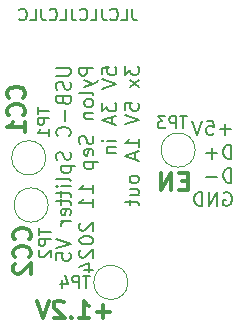
<source format=gbr>
%TF.GenerationSoftware,KiCad,Pcbnew,9.0.1*%
%TF.CreationDate,2025-04-12T21:10:11-04:00*%
%TF.ProjectId,USB-C-3-way-splitter-V5,5553422d-432d-4332-9d77-61792d73706c,rev?*%
%TF.SameCoordinates,Original*%
%TF.FileFunction,Legend,Bot*%
%TF.FilePolarity,Positive*%
%FSLAX46Y46*%
G04 Gerber Fmt 4.6, Leading zero omitted, Abs format (unit mm)*
G04 Created by KiCad (PCBNEW 9.0.1) date 2025-04-12 21:10:11*
%MOMM*%
%LPD*%
G01*
G04 APERTURE LIST*
%ADD10C,0.150000*%
%ADD11C,0.300000*%
%ADD12C,0.200000*%
%ADD13C,0.120000*%
G04 APERTURE END LIST*
D10*
X24715601Y2911800D02*
X23801316Y2911800D01*
X24258458Y2454657D02*
X24258458Y3368942D01*
X22658459Y3654657D02*
X23229887Y3654657D01*
X23229887Y3654657D02*
X23287030Y3083228D01*
X23287030Y3083228D02*
X23229887Y3140371D01*
X23229887Y3140371D02*
X23115602Y3197514D01*
X23115602Y3197514D02*
X22829887Y3197514D01*
X22829887Y3197514D02*
X22715602Y3140371D01*
X22715602Y3140371D02*
X22658459Y3083228D01*
X22658459Y3083228D02*
X22601316Y2968942D01*
X22601316Y2968942D02*
X22601316Y2683228D01*
X22601316Y2683228D02*
X22658459Y2568942D01*
X22658459Y2568942D02*
X22715602Y2511800D01*
X22715602Y2511800D02*
X22829887Y2454657D01*
X22829887Y2454657D02*
X23115602Y2454657D01*
X23115602Y2454657D02*
X23229887Y2511800D01*
X23229887Y2511800D02*
X23287030Y2568942D01*
X22258459Y3654657D02*
X21858459Y2454657D01*
X21858459Y2454657D02*
X21458459Y3654657D01*
D11*
X21045489Y-1465114D02*
X20545489Y-1465114D01*
X20331203Y-2250828D02*
X21045489Y-2250828D01*
X21045489Y-2250828D02*
X21045489Y-750828D01*
X21045489Y-750828D02*
X20331203Y-750828D01*
X19688346Y-2250828D02*
X19688346Y-750828D01*
X19688346Y-750828D02*
X18831203Y-2250828D01*
X18831203Y-2250828D02*
X18831203Y-750828D01*
X7157971Y5588346D02*
X7229400Y5659774D01*
X7229400Y5659774D02*
X7300828Y5874060D01*
X7300828Y5874060D02*
X7300828Y6016917D01*
X7300828Y6016917D02*
X7229400Y6231203D01*
X7229400Y6231203D02*
X7086542Y6374060D01*
X7086542Y6374060D02*
X6943685Y6445489D01*
X6943685Y6445489D02*
X6657971Y6516917D01*
X6657971Y6516917D02*
X6443685Y6516917D01*
X6443685Y6516917D02*
X6157971Y6445489D01*
X6157971Y6445489D02*
X6015114Y6374060D01*
X6015114Y6374060D02*
X5872257Y6231203D01*
X5872257Y6231203D02*
X5800828Y6016917D01*
X5800828Y6016917D02*
X5800828Y5874060D01*
X5800828Y5874060D02*
X5872257Y5659774D01*
X5872257Y5659774D02*
X5943685Y5588346D01*
X7157971Y4088346D02*
X7229400Y4159774D01*
X7229400Y4159774D02*
X7300828Y4374060D01*
X7300828Y4374060D02*
X7300828Y4516917D01*
X7300828Y4516917D02*
X7229400Y4731203D01*
X7229400Y4731203D02*
X7086542Y4874060D01*
X7086542Y4874060D02*
X6943685Y4945489D01*
X6943685Y4945489D02*
X6657971Y5016917D01*
X6657971Y5016917D02*
X6443685Y5016917D01*
X6443685Y5016917D02*
X6157971Y4945489D01*
X6157971Y4945489D02*
X6015114Y4874060D01*
X6015114Y4874060D02*
X5872257Y4731203D01*
X5872257Y4731203D02*
X5800828Y4516917D01*
X5800828Y4516917D02*
X5800828Y4374060D01*
X5800828Y4374060D02*
X5872257Y4159774D01*
X5872257Y4159774D02*
X5943685Y4088346D01*
X7300828Y2659774D02*
X7300828Y3516917D01*
X7300828Y3088346D02*
X5800828Y3088346D01*
X5800828Y3088346D02*
X6015114Y3231203D01*
X6015114Y3231203D02*
X6157971Y3374060D01*
X6157971Y3374060D02*
X6229400Y3516917D01*
D10*
X16377506Y13130180D02*
X16377506Y12415895D01*
X16377506Y12415895D02*
X16425125Y12273038D01*
X16425125Y12273038D02*
X16520363Y12177800D01*
X16520363Y12177800D02*
X16663220Y12130180D01*
X16663220Y12130180D02*
X16758458Y12130180D01*
X15425125Y12130180D02*
X15901315Y12130180D01*
X15901315Y12130180D02*
X15901315Y13130180D01*
X14520363Y12225419D02*
X14567982Y12177800D01*
X14567982Y12177800D02*
X14710839Y12130180D01*
X14710839Y12130180D02*
X14806077Y12130180D01*
X14806077Y12130180D02*
X14948934Y12177800D01*
X14948934Y12177800D02*
X15044172Y12273038D01*
X15044172Y12273038D02*
X15091791Y12368276D01*
X15091791Y12368276D02*
X15139410Y12558752D01*
X15139410Y12558752D02*
X15139410Y12701609D01*
X15139410Y12701609D02*
X15091791Y12892085D01*
X15091791Y12892085D02*
X15044172Y12987323D01*
X15044172Y12987323D02*
X14948934Y13082561D01*
X14948934Y13082561D02*
X14806077Y13130180D01*
X14806077Y13130180D02*
X14710839Y13130180D01*
X14710839Y13130180D02*
X14567982Y13082561D01*
X14567982Y13082561D02*
X14520363Y13034942D01*
X13806077Y13130180D02*
X13806077Y12415895D01*
X13806077Y12415895D02*
X13853696Y12273038D01*
X13853696Y12273038D02*
X13948934Y12177800D01*
X13948934Y12177800D02*
X14091791Y12130180D01*
X14091791Y12130180D02*
X14187029Y12130180D01*
X12853696Y12130180D02*
X13329886Y12130180D01*
X13329886Y12130180D02*
X13329886Y13130180D01*
X11948934Y12225419D02*
X11996553Y12177800D01*
X11996553Y12177800D02*
X12139410Y12130180D01*
X12139410Y12130180D02*
X12234648Y12130180D01*
X12234648Y12130180D02*
X12377505Y12177800D01*
X12377505Y12177800D02*
X12472743Y12273038D01*
X12472743Y12273038D02*
X12520362Y12368276D01*
X12520362Y12368276D02*
X12567981Y12558752D01*
X12567981Y12558752D02*
X12567981Y12701609D01*
X12567981Y12701609D02*
X12520362Y12892085D01*
X12520362Y12892085D02*
X12472743Y12987323D01*
X12472743Y12987323D02*
X12377505Y13082561D01*
X12377505Y13082561D02*
X12234648Y13130180D01*
X12234648Y13130180D02*
X12139410Y13130180D01*
X12139410Y13130180D02*
X11996553Y13082561D01*
X11996553Y13082561D02*
X11948934Y13034942D01*
X11234648Y13130180D02*
X11234648Y12415895D01*
X11234648Y12415895D02*
X11282267Y12273038D01*
X11282267Y12273038D02*
X11377505Y12177800D01*
X11377505Y12177800D02*
X11520362Y12130180D01*
X11520362Y12130180D02*
X11615600Y12130180D01*
X10282267Y12130180D02*
X10758457Y12130180D01*
X10758457Y12130180D02*
X10758457Y13130180D01*
X9377505Y12225419D02*
X9425124Y12177800D01*
X9425124Y12177800D02*
X9567981Y12130180D01*
X9567981Y12130180D02*
X9663219Y12130180D01*
X9663219Y12130180D02*
X9806076Y12177800D01*
X9806076Y12177800D02*
X9901314Y12273038D01*
X9901314Y12273038D02*
X9948933Y12368276D01*
X9948933Y12368276D02*
X9996552Y12558752D01*
X9996552Y12558752D02*
X9996552Y12701609D01*
X9996552Y12701609D02*
X9948933Y12892085D01*
X9948933Y12892085D02*
X9901314Y12987323D01*
X9901314Y12987323D02*
X9806076Y13082561D01*
X9806076Y13082561D02*
X9663219Y13130180D01*
X9663219Y13130180D02*
X9567981Y13130180D01*
X9567981Y13130180D02*
X9425124Y13082561D01*
X9425124Y13082561D02*
X9377505Y13034942D01*
X8663219Y13130180D02*
X8663219Y12415895D01*
X8663219Y12415895D02*
X8710838Y12273038D01*
X8710838Y12273038D02*
X8806076Y12177800D01*
X8806076Y12177800D02*
X8948933Y12130180D01*
X8948933Y12130180D02*
X9044171Y12130180D01*
X7710838Y12130180D02*
X8187028Y12130180D01*
X8187028Y12130180D02*
X8187028Y13130180D01*
X6806076Y12225419D02*
X6853695Y12177800D01*
X6853695Y12177800D02*
X6996552Y12130180D01*
X6996552Y12130180D02*
X7091790Y12130180D01*
X7091790Y12130180D02*
X7234647Y12177800D01*
X7234647Y12177800D02*
X7329885Y12273038D01*
X7329885Y12273038D02*
X7377504Y12368276D01*
X7377504Y12368276D02*
X7425123Y12558752D01*
X7425123Y12558752D02*
X7425123Y12701609D01*
X7425123Y12701609D02*
X7377504Y12892085D01*
X7377504Y12892085D02*
X7329885Y12987323D01*
X7329885Y12987323D02*
X7234647Y13082561D01*
X7234647Y13082561D02*
X7091790Y13130180D01*
X7091790Y13130180D02*
X6996552Y13130180D01*
X6996552Y13130180D02*
X6853695Y13082561D01*
X6853695Y13082561D02*
X6806076Y13034942D01*
D12*
X9946943Y8132707D02*
X10918372Y8132707D01*
X10918372Y8132707D02*
X11032658Y8075564D01*
X11032658Y8075564D02*
X11089801Y8018422D01*
X11089801Y8018422D02*
X11146943Y7904136D01*
X11146943Y7904136D02*
X11146943Y7675564D01*
X11146943Y7675564D02*
X11089801Y7561279D01*
X11089801Y7561279D02*
X11032658Y7504136D01*
X11032658Y7504136D02*
X10918372Y7446993D01*
X10918372Y7446993D02*
X9946943Y7446993D01*
X11089801Y6932707D02*
X11146943Y6761279D01*
X11146943Y6761279D02*
X11146943Y6475564D01*
X11146943Y6475564D02*
X11089801Y6361279D01*
X11089801Y6361279D02*
X11032658Y6304136D01*
X11032658Y6304136D02*
X10918372Y6246993D01*
X10918372Y6246993D02*
X10804086Y6246993D01*
X10804086Y6246993D02*
X10689801Y6304136D01*
X10689801Y6304136D02*
X10632658Y6361279D01*
X10632658Y6361279D02*
X10575515Y6475564D01*
X10575515Y6475564D02*
X10518372Y6704136D01*
X10518372Y6704136D02*
X10461229Y6818421D01*
X10461229Y6818421D02*
X10404086Y6875564D01*
X10404086Y6875564D02*
X10289801Y6932707D01*
X10289801Y6932707D02*
X10175515Y6932707D01*
X10175515Y6932707D02*
X10061229Y6875564D01*
X10061229Y6875564D02*
X10004086Y6818421D01*
X10004086Y6818421D02*
X9946943Y6704136D01*
X9946943Y6704136D02*
X9946943Y6418421D01*
X9946943Y6418421D02*
X10004086Y6246993D01*
X10518372Y5332707D02*
X10575515Y5161279D01*
X10575515Y5161279D02*
X10632658Y5104136D01*
X10632658Y5104136D02*
X10746943Y5046993D01*
X10746943Y5046993D02*
X10918372Y5046993D01*
X10918372Y5046993D02*
X11032658Y5104136D01*
X11032658Y5104136D02*
X11089801Y5161279D01*
X11089801Y5161279D02*
X11146943Y5275564D01*
X11146943Y5275564D02*
X11146943Y5732707D01*
X11146943Y5732707D02*
X9946943Y5732707D01*
X9946943Y5732707D02*
X9946943Y5332707D01*
X9946943Y5332707D02*
X10004086Y5218422D01*
X10004086Y5218422D02*
X10061229Y5161279D01*
X10061229Y5161279D02*
X10175515Y5104136D01*
X10175515Y5104136D02*
X10289801Y5104136D01*
X10289801Y5104136D02*
X10404086Y5161279D01*
X10404086Y5161279D02*
X10461229Y5218422D01*
X10461229Y5218422D02*
X10518372Y5332707D01*
X10518372Y5332707D02*
X10518372Y5732707D01*
X10689801Y4532707D02*
X10689801Y3618422D01*
X11032658Y2361279D02*
X11089801Y2418422D01*
X11089801Y2418422D02*
X11146943Y2589850D01*
X11146943Y2589850D02*
X11146943Y2704136D01*
X11146943Y2704136D02*
X11089801Y2875565D01*
X11089801Y2875565D02*
X10975515Y2989850D01*
X10975515Y2989850D02*
X10861229Y3046993D01*
X10861229Y3046993D02*
X10632658Y3104136D01*
X10632658Y3104136D02*
X10461229Y3104136D01*
X10461229Y3104136D02*
X10232658Y3046993D01*
X10232658Y3046993D02*
X10118372Y2989850D01*
X10118372Y2989850D02*
X10004086Y2875565D01*
X10004086Y2875565D02*
X9946943Y2704136D01*
X9946943Y2704136D02*
X9946943Y2589850D01*
X9946943Y2589850D02*
X10004086Y2418422D01*
X10004086Y2418422D02*
X10061229Y2361279D01*
X11089801Y989850D02*
X11146943Y818422D01*
X11146943Y818422D02*
X11146943Y532707D01*
X11146943Y532707D02*
X11089801Y418422D01*
X11089801Y418422D02*
X11032658Y361279D01*
X11032658Y361279D02*
X10918372Y304136D01*
X10918372Y304136D02*
X10804086Y304136D01*
X10804086Y304136D02*
X10689801Y361279D01*
X10689801Y361279D02*
X10632658Y418422D01*
X10632658Y418422D02*
X10575515Y532707D01*
X10575515Y532707D02*
X10518372Y761279D01*
X10518372Y761279D02*
X10461229Y875564D01*
X10461229Y875564D02*
X10404086Y932707D01*
X10404086Y932707D02*
X10289801Y989850D01*
X10289801Y989850D02*
X10175515Y989850D01*
X10175515Y989850D02*
X10061229Y932707D01*
X10061229Y932707D02*
X10004086Y875564D01*
X10004086Y875564D02*
X9946943Y761279D01*
X9946943Y761279D02*
X9946943Y475564D01*
X9946943Y475564D02*
X10004086Y304136D01*
X10346943Y-210149D02*
X11546943Y-210149D01*
X10404086Y-210149D02*
X10346943Y-324435D01*
X10346943Y-324435D02*
X10346943Y-553006D01*
X10346943Y-553006D02*
X10404086Y-667292D01*
X10404086Y-667292D02*
X10461229Y-724435D01*
X10461229Y-724435D02*
X10575515Y-781577D01*
X10575515Y-781577D02*
X10918372Y-781577D01*
X10918372Y-781577D02*
X11032658Y-724435D01*
X11032658Y-724435D02*
X11089801Y-667292D01*
X11089801Y-667292D02*
X11146943Y-553006D01*
X11146943Y-553006D02*
X11146943Y-324435D01*
X11146943Y-324435D02*
X11089801Y-210149D01*
X11146943Y-1467291D02*
X11089801Y-1353006D01*
X11089801Y-1353006D02*
X10975515Y-1295863D01*
X10975515Y-1295863D02*
X9946943Y-1295863D01*
X11146943Y-1924434D02*
X10346943Y-1924434D01*
X9946943Y-1924434D02*
X10004086Y-1867291D01*
X10004086Y-1867291D02*
X10061229Y-1924434D01*
X10061229Y-1924434D02*
X10004086Y-1981577D01*
X10004086Y-1981577D02*
X9946943Y-1924434D01*
X9946943Y-1924434D02*
X10061229Y-1924434D01*
X10346943Y-2324434D02*
X10346943Y-2781577D01*
X9946943Y-2495863D02*
X10975515Y-2495863D01*
X10975515Y-2495863D02*
X11089801Y-2553006D01*
X11089801Y-2553006D02*
X11146943Y-2667291D01*
X11146943Y-2667291D02*
X11146943Y-2781577D01*
X10346943Y-3010148D02*
X10346943Y-3467291D01*
X9946943Y-3181577D02*
X10975515Y-3181577D01*
X10975515Y-3181577D02*
X11089801Y-3238720D01*
X11089801Y-3238720D02*
X11146943Y-3353005D01*
X11146943Y-3353005D02*
X11146943Y-3467291D01*
X11089801Y-4324434D02*
X11146943Y-4210148D01*
X11146943Y-4210148D02*
X11146943Y-3981577D01*
X11146943Y-3981577D02*
X11089801Y-3867291D01*
X11089801Y-3867291D02*
X10975515Y-3810148D01*
X10975515Y-3810148D02*
X10518372Y-3810148D01*
X10518372Y-3810148D02*
X10404086Y-3867291D01*
X10404086Y-3867291D02*
X10346943Y-3981577D01*
X10346943Y-3981577D02*
X10346943Y-4210148D01*
X10346943Y-4210148D02*
X10404086Y-4324434D01*
X10404086Y-4324434D02*
X10518372Y-4381577D01*
X10518372Y-4381577D02*
X10632658Y-4381577D01*
X10632658Y-4381577D02*
X10746943Y-3810148D01*
X11146943Y-4895862D02*
X10346943Y-4895862D01*
X10575515Y-4895862D02*
X10461229Y-4953005D01*
X10461229Y-4953005D02*
X10404086Y-5010148D01*
X10404086Y-5010148D02*
X10346943Y-5124433D01*
X10346943Y-5124433D02*
X10346943Y-5238719D01*
X9946943Y-6381576D02*
X11146943Y-6781576D01*
X11146943Y-6781576D02*
X9946943Y-7181576D01*
X9946943Y-8153004D02*
X9946943Y-7581576D01*
X9946943Y-7581576D02*
X10518372Y-7524433D01*
X10518372Y-7524433D02*
X10461229Y-7581576D01*
X10461229Y-7581576D02*
X10404086Y-7695862D01*
X10404086Y-7695862D02*
X10404086Y-7981576D01*
X10404086Y-7981576D02*
X10461229Y-8095862D01*
X10461229Y-8095862D02*
X10518372Y-8153004D01*
X10518372Y-8153004D02*
X10632658Y-8210147D01*
X10632658Y-8210147D02*
X10918372Y-8210147D01*
X10918372Y-8210147D02*
X11032658Y-8153004D01*
X11032658Y-8153004D02*
X11089801Y-8095862D01*
X11089801Y-8095862D02*
X11146943Y-7981576D01*
X11146943Y-7981576D02*
X11146943Y-7695862D01*
X11146943Y-7695862D02*
X11089801Y-7581576D01*
X11089801Y-7581576D02*
X11032658Y-7524433D01*
X13078876Y8132707D02*
X11878876Y8132707D01*
X11878876Y8132707D02*
X11878876Y7675564D01*
X11878876Y7675564D02*
X11936019Y7561279D01*
X11936019Y7561279D02*
X11993162Y7504136D01*
X11993162Y7504136D02*
X12107448Y7446993D01*
X12107448Y7446993D02*
X12278876Y7446993D01*
X12278876Y7446993D02*
X12393162Y7504136D01*
X12393162Y7504136D02*
X12450305Y7561279D01*
X12450305Y7561279D02*
X12507448Y7675564D01*
X12507448Y7675564D02*
X12507448Y8132707D01*
X12278876Y7046993D02*
X13078876Y6761279D01*
X12278876Y6475564D02*
X13078876Y6761279D01*
X13078876Y6761279D02*
X13364591Y6875564D01*
X13364591Y6875564D02*
X13421734Y6932707D01*
X13421734Y6932707D02*
X13478876Y7046993D01*
X13078876Y5846993D02*
X13021734Y5961278D01*
X13021734Y5961278D02*
X12907448Y6018421D01*
X12907448Y6018421D02*
X11878876Y6018421D01*
X13078876Y5218422D02*
X13021734Y5332707D01*
X13021734Y5332707D02*
X12964591Y5389850D01*
X12964591Y5389850D02*
X12850305Y5446993D01*
X12850305Y5446993D02*
X12507448Y5446993D01*
X12507448Y5446993D02*
X12393162Y5389850D01*
X12393162Y5389850D02*
X12336019Y5332707D01*
X12336019Y5332707D02*
X12278876Y5218422D01*
X12278876Y5218422D02*
X12278876Y5046993D01*
X12278876Y5046993D02*
X12336019Y4932707D01*
X12336019Y4932707D02*
X12393162Y4875565D01*
X12393162Y4875565D02*
X12507448Y4818422D01*
X12507448Y4818422D02*
X12850305Y4818422D01*
X12850305Y4818422D02*
X12964591Y4875565D01*
X12964591Y4875565D02*
X13021734Y4932707D01*
X13021734Y4932707D02*
X13078876Y5046993D01*
X13078876Y5046993D02*
X13078876Y5218422D01*
X12278876Y4304136D02*
X13078876Y4304136D01*
X12393162Y4304136D02*
X12336019Y4246993D01*
X12336019Y4246993D02*
X12278876Y4132708D01*
X12278876Y4132708D02*
X12278876Y3961279D01*
X12278876Y3961279D02*
X12336019Y3846993D01*
X12336019Y3846993D02*
X12450305Y3789851D01*
X12450305Y3789851D02*
X13078876Y3789851D01*
X13021734Y2361279D02*
X13078876Y2189851D01*
X13078876Y2189851D02*
X13078876Y1904136D01*
X13078876Y1904136D02*
X13021734Y1789851D01*
X13021734Y1789851D02*
X12964591Y1732708D01*
X12964591Y1732708D02*
X12850305Y1675565D01*
X12850305Y1675565D02*
X12736019Y1675565D01*
X12736019Y1675565D02*
X12621734Y1732708D01*
X12621734Y1732708D02*
X12564591Y1789851D01*
X12564591Y1789851D02*
X12507448Y1904136D01*
X12507448Y1904136D02*
X12450305Y2132708D01*
X12450305Y2132708D02*
X12393162Y2246993D01*
X12393162Y2246993D02*
X12336019Y2304136D01*
X12336019Y2304136D02*
X12221734Y2361279D01*
X12221734Y2361279D02*
X12107448Y2361279D01*
X12107448Y2361279D02*
X11993162Y2304136D01*
X11993162Y2304136D02*
X11936019Y2246993D01*
X11936019Y2246993D02*
X11878876Y2132708D01*
X11878876Y2132708D02*
X11878876Y1846993D01*
X11878876Y1846993D02*
X11936019Y1675565D01*
X13021734Y704136D02*
X13078876Y818422D01*
X13078876Y818422D02*
X13078876Y1046994D01*
X13078876Y1046994D02*
X13021734Y1161279D01*
X13021734Y1161279D02*
X12907448Y1218422D01*
X12907448Y1218422D02*
X12450305Y1218422D01*
X12450305Y1218422D02*
X12336019Y1161279D01*
X12336019Y1161279D02*
X12278876Y1046994D01*
X12278876Y1046994D02*
X12278876Y818422D01*
X12278876Y818422D02*
X12336019Y704136D01*
X12336019Y704136D02*
X12450305Y646994D01*
X12450305Y646994D02*
X12564591Y646994D01*
X12564591Y646994D02*
X12678876Y1218422D01*
X12278876Y132708D02*
X13478876Y132708D01*
X12336019Y132708D02*
X12278876Y18423D01*
X12278876Y18423D02*
X12278876Y-210148D01*
X12278876Y-210148D02*
X12336019Y-324434D01*
X12336019Y-324434D02*
X12393162Y-381577D01*
X12393162Y-381577D02*
X12507448Y-438719D01*
X12507448Y-438719D02*
X12850305Y-438719D01*
X12850305Y-438719D02*
X12964591Y-381577D01*
X12964591Y-381577D02*
X13021734Y-324434D01*
X13021734Y-324434D02*
X13078876Y-210148D01*
X13078876Y-210148D02*
X13078876Y18423D01*
X13078876Y18423D02*
X13021734Y132708D01*
X13078876Y-2495862D02*
X13078876Y-1810148D01*
X13078876Y-2153005D02*
X11878876Y-2153005D01*
X11878876Y-2153005D02*
X12050305Y-2038719D01*
X12050305Y-2038719D02*
X12164591Y-1924434D01*
X12164591Y-1924434D02*
X12221734Y-1810148D01*
X13078876Y-3638719D02*
X13078876Y-2953005D01*
X13078876Y-3295862D02*
X11878876Y-3295862D01*
X11878876Y-3295862D02*
X12050305Y-3181576D01*
X12050305Y-3181576D02*
X12164591Y-3067291D01*
X12164591Y-3067291D02*
X12221734Y-2953005D01*
X11993162Y-5010148D02*
X11936019Y-5067291D01*
X11936019Y-5067291D02*
X11878876Y-5181577D01*
X11878876Y-5181577D02*
X11878876Y-5467291D01*
X11878876Y-5467291D02*
X11936019Y-5581577D01*
X11936019Y-5581577D02*
X11993162Y-5638719D01*
X11993162Y-5638719D02*
X12107448Y-5695862D01*
X12107448Y-5695862D02*
X12221734Y-5695862D01*
X12221734Y-5695862D02*
X12393162Y-5638719D01*
X12393162Y-5638719D02*
X13078876Y-4953005D01*
X13078876Y-4953005D02*
X13078876Y-5695862D01*
X11878876Y-6438719D02*
X11878876Y-6553005D01*
X11878876Y-6553005D02*
X11936019Y-6667291D01*
X11936019Y-6667291D02*
X11993162Y-6724434D01*
X11993162Y-6724434D02*
X12107448Y-6781576D01*
X12107448Y-6781576D02*
X12336019Y-6838719D01*
X12336019Y-6838719D02*
X12621734Y-6838719D01*
X12621734Y-6838719D02*
X12850305Y-6781576D01*
X12850305Y-6781576D02*
X12964591Y-6724434D01*
X12964591Y-6724434D02*
X13021734Y-6667291D01*
X13021734Y-6667291D02*
X13078876Y-6553005D01*
X13078876Y-6553005D02*
X13078876Y-6438719D01*
X13078876Y-6438719D02*
X13021734Y-6324434D01*
X13021734Y-6324434D02*
X12964591Y-6267291D01*
X12964591Y-6267291D02*
X12850305Y-6210148D01*
X12850305Y-6210148D02*
X12621734Y-6153005D01*
X12621734Y-6153005D02*
X12336019Y-6153005D01*
X12336019Y-6153005D02*
X12107448Y-6210148D01*
X12107448Y-6210148D02*
X11993162Y-6267291D01*
X11993162Y-6267291D02*
X11936019Y-6324434D01*
X11936019Y-6324434D02*
X11878876Y-6438719D01*
X11993162Y-7295862D02*
X11936019Y-7353005D01*
X11936019Y-7353005D02*
X11878876Y-7467291D01*
X11878876Y-7467291D02*
X11878876Y-7753005D01*
X11878876Y-7753005D02*
X11936019Y-7867291D01*
X11936019Y-7867291D02*
X11993162Y-7924433D01*
X11993162Y-7924433D02*
X12107448Y-7981576D01*
X12107448Y-7981576D02*
X12221734Y-7981576D01*
X12221734Y-7981576D02*
X12393162Y-7924433D01*
X12393162Y-7924433D02*
X13078876Y-7238719D01*
X13078876Y-7238719D02*
X13078876Y-7981576D01*
X12278876Y-9010148D02*
X13078876Y-9010148D01*
X11821734Y-8724433D02*
X12678876Y-8438719D01*
X12678876Y-8438719D02*
X12678876Y-9181576D01*
X13810809Y7561279D02*
X13810809Y8132707D01*
X13810809Y8132707D02*
X14382238Y8189850D01*
X14382238Y8189850D02*
X14325095Y8132707D01*
X14325095Y8132707D02*
X14267952Y8018422D01*
X14267952Y8018422D02*
X14267952Y7732707D01*
X14267952Y7732707D02*
X14325095Y7618422D01*
X14325095Y7618422D02*
X14382238Y7561279D01*
X14382238Y7561279D02*
X14496524Y7504136D01*
X14496524Y7504136D02*
X14782238Y7504136D01*
X14782238Y7504136D02*
X14896524Y7561279D01*
X14896524Y7561279D02*
X14953667Y7618422D01*
X14953667Y7618422D02*
X15010809Y7732707D01*
X15010809Y7732707D02*
X15010809Y8018422D01*
X15010809Y8018422D02*
X14953667Y8132707D01*
X14953667Y8132707D02*
X14896524Y8189850D01*
X13810809Y7161279D02*
X15010809Y6761279D01*
X15010809Y6761279D02*
X13810809Y6361279D01*
X13810809Y5161279D02*
X13810809Y4418422D01*
X13810809Y4418422D02*
X14267952Y4818422D01*
X14267952Y4818422D02*
X14267952Y4646993D01*
X14267952Y4646993D02*
X14325095Y4532708D01*
X14325095Y4532708D02*
X14382238Y4475565D01*
X14382238Y4475565D02*
X14496524Y4418422D01*
X14496524Y4418422D02*
X14782238Y4418422D01*
X14782238Y4418422D02*
X14896524Y4475565D01*
X14896524Y4475565D02*
X14953667Y4532708D01*
X14953667Y4532708D02*
X15010809Y4646993D01*
X15010809Y4646993D02*
X15010809Y4989850D01*
X15010809Y4989850D02*
X14953667Y5104136D01*
X14953667Y5104136D02*
X14896524Y5161279D01*
X14667952Y3961279D02*
X14667952Y3389851D01*
X15010809Y4075565D02*
X13810809Y3675565D01*
X13810809Y3675565D02*
X15010809Y3275565D01*
X15010809Y1961279D02*
X14210809Y1961279D01*
X13810809Y1961279D02*
X13867952Y2018422D01*
X13867952Y2018422D02*
X13925095Y1961279D01*
X13925095Y1961279D02*
X13867952Y1904136D01*
X13867952Y1904136D02*
X13810809Y1961279D01*
X13810809Y1961279D02*
X13925095Y1961279D01*
X14210809Y1389850D02*
X15010809Y1389850D01*
X14325095Y1389850D02*
X14267952Y1332707D01*
X14267952Y1332707D02*
X14210809Y1218422D01*
X14210809Y1218422D02*
X14210809Y1046993D01*
X14210809Y1046993D02*
X14267952Y932707D01*
X14267952Y932707D02*
X14382238Y875565D01*
X14382238Y875565D02*
X15010809Y875565D01*
X15742742Y8246993D02*
X15742742Y7504136D01*
X15742742Y7504136D02*
X16199885Y7904136D01*
X16199885Y7904136D02*
X16199885Y7732707D01*
X16199885Y7732707D02*
X16257028Y7618422D01*
X16257028Y7618422D02*
X16314171Y7561279D01*
X16314171Y7561279D02*
X16428457Y7504136D01*
X16428457Y7504136D02*
X16714171Y7504136D01*
X16714171Y7504136D02*
X16828457Y7561279D01*
X16828457Y7561279D02*
X16885600Y7618422D01*
X16885600Y7618422D02*
X16942742Y7732707D01*
X16942742Y7732707D02*
X16942742Y8075564D01*
X16942742Y8075564D02*
X16885600Y8189850D01*
X16885600Y8189850D02*
X16828457Y8246993D01*
X16942742Y7104136D02*
X16142742Y6475565D01*
X16142742Y7104136D02*
X16942742Y6475565D01*
X15742742Y4532707D02*
X15742742Y5104135D01*
X15742742Y5104135D02*
X16314171Y5161278D01*
X16314171Y5161278D02*
X16257028Y5104135D01*
X16257028Y5104135D02*
X16199885Y4989850D01*
X16199885Y4989850D02*
X16199885Y4704135D01*
X16199885Y4704135D02*
X16257028Y4589850D01*
X16257028Y4589850D02*
X16314171Y4532707D01*
X16314171Y4532707D02*
X16428457Y4475564D01*
X16428457Y4475564D02*
X16714171Y4475564D01*
X16714171Y4475564D02*
X16828457Y4532707D01*
X16828457Y4532707D02*
X16885600Y4589850D01*
X16885600Y4589850D02*
X16942742Y4704135D01*
X16942742Y4704135D02*
X16942742Y4989850D01*
X16942742Y4989850D02*
X16885600Y5104135D01*
X16885600Y5104135D02*
X16828457Y5161278D01*
X15742742Y4132707D02*
X16942742Y3732707D01*
X16942742Y3732707D02*
X15742742Y3332707D01*
X16942742Y1389850D02*
X16942742Y2075564D01*
X16942742Y1732707D02*
X15742742Y1732707D01*
X15742742Y1732707D02*
X15914171Y1846993D01*
X15914171Y1846993D02*
X16028457Y1961278D01*
X16028457Y1961278D02*
X16085600Y2075564D01*
X16599885Y932707D02*
X16599885Y361279D01*
X16942742Y1046993D02*
X15742742Y646993D01*
X15742742Y646993D02*
X16942742Y246993D01*
X16942742Y-1238720D02*
X16885600Y-1124435D01*
X16885600Y-1124435D02*
X16828457Y-1067292D01*
X16828457Y-1067292D02*
X16714171Y-1010149D01*
X16714171Y-1010149D02*
X16371314Y-1010149D01*
X16371314Y-1010149D02*
X16257028Y-1067292D01*
X16257028Y-1067292D02*
X16199885Y-1124435D01*
X16199885Y-1124435D02*
X16142742Y-1238720D01*
X16142742Y-1238720D02*
X16142742Y-1410149D01*
X16142742Y-1410149D02*
X16199885Y-1524435D01*
X16199885Y-1524435D02*
X16257028Y-1581578D01*
X16257028Y-1581578D02*
X16371314Y-1638720D01*
X16371314Y-1638720D02*
X16714171Y-1638720D01*
X16714171Y-1638720D02*
X16828457Y-1581578D01*
X16828457Y-1581578D02*
X16885600Y-1524435D01*
X16885600Y-1524435D02*
X16942742Y-1410149D01*
X16942742Y-1410149D02*
X16942742Y-1238720D01*
X16142742Y-2667292D02*
X16942742Y-2667292D01*
X16142742Y-2153006D02*
X16771314Y-2153006D01*
X16771314Y-2153006D02*
X16885600Y-2210149D01*
X16885600Y-2210149D02*
X16942742Y-2324434D01*
X16942742Y-2324434D02*
X16942742Y-2495863D01*
X16942742Y-2495863D02*
X16885600Y-2610149D01*
X16885600Y-2610149D02*
X16828457Y-2667292D01*
X16142742Y-3067291D02*
X16142742Y-3524434D01*
X15742742Y-3238720D02*
X16771314Y-3238720D01*
X16771314Y-3238720D02*
X16885600Y-3295863D01*
X16885600Y-3295863D02*
X16942742Y-3410148D01*
X16942742Y-3410148D02*
X16942742Y-3524434D01*
D11*
X7657971Y-6411653D02*
X7729400Y-6340225D01*
X7729400Y-6340225D02*
X7800828Y-6125939D01*
X7800828Y-6125939D02*
X7800828Y-5983082D01*
X7800828Y-5983082D02*
X7729400Y-5768796D01*
X7729400Y-5768796D02*
X7586542Y-5625939D01*
X7586542Y-5625939D02*
X7443685Y-5554510D01*
X7443685Y-5554510D02*
X7157971Y-5483082D01*
X7157971Y-5483082D02*
X6943685Y-5483082D01*
X6943685Y-5483082D02*
X6657971Y-5554510D01*
X6657971Y-5554510D02*
X6515114Y-5625939D01*
X6515114Y-5625939D02*
X6372257Y-5768796D01*
X6372257Y-5768796D02*
X6300828Y-5983082D01*
X6300828Y-5983082D02*
X6300828Y-6125939D01*
X6300828Y-6125939D02*
X6372257Y-6340225D01*
X6372257Y-6340225D02*
X6443685Y-6411653D01*
X7657971Y-7911653D02*
X7729400Y-7840225D01*
X7729400Y-7840225D02*
X7800828Y-7625939D01*
X7800828Y-7625939D02*
X7800828Y-7483082D01*
X7800828Y-7483082D02*
X7729400Y-7268796D01*
X7729400Y-7268796D02*
X7586542Y-7125939D01*
X7586542Y-7125939D02*
X7443685Y-7054510D01*
X7443685Y-7054510D02*
X7157971Y-6983082D01*
X7157971Y-6983082D02*
X6943685Y-6983082D01*
X6943685Y-6983082D02*
X6657971Y-7054510D01*
X6657971Y-7054510D02*
X6515114Y-7125939D01*
X6515114Y-7125939D02*
X6372257Y-7268796D01*
X6372257Y-7268796D02*
X6300828Y-7483082D01*
X6300828Y-7483082D02*
X6300828Y-7625939D01*
X6300828Y-7625939D02*
X6372257Y-7840225D01*
X6372257Y-7840225D02*
X6443685Y-7911653D01*
X6443685Y-8483082D02*
X6372257Y-8554510D01*
X6372257Y-8554510D02*
X6300828Y-8697368D01*
X6300828Y-8697368D02*
X6300828Y-9054510D01*
X6300828Y-9054510D02*
X6372257Y-9197368D01*
X6372257Y-9197368D02*
X6443685Y-9268796D01*
X6443685Y-9268796D02*
X6586542Y-9340225D01*
X6586542Y-9340225D02*
X6729400Y-9340225D01*
X6729400Y-9340225D02*
X6943685Y-9268796D01*
X6943685Y-9268796D02*
X7800828Y-8411653D01*
X7800828Y-8411653D02*
X7800828Y-9340225D01*
X14495489Y-12529400D02*
X13352632Y-12529400D01*
X13924060Y-13100828D02*
X13924060Y-11957971D01*
X11852631Y-13100828D02*
X12709774Y-13100828D01*
X12281203Y-13100828D02*
X12281203Y-11600828D01*
X12281203Y-11600828D02*
X12424060Y-11815114D01*
X12424060Y-11815114D02*
X12566917Y-11957971D01*
X12566917Y-11957971D02*
X12709774Y-12029400D01*
X11209775Y-12957971D02*
X11138346Y-13029400D01*
X11138346Y-13029400D02*
X11209775Y-13100828D01*
X11209775Y-13100828D02*
X11281203Y-13029400D01*
X11281203Y-13029400D02*
X11209775Y-12957971D01*
X11209775Y-12957971D02*
X11209775Y-13100828D01*
X10566917Y-11743685D02*
X10495489Y-11672257D01*
X10495489Y-11672257D02*
X10352632Y-11600828D01*
X10352632Y-11600828D02*
X9995489Y-11600828D01*
X9995489Y-11600828D02*
X9852632Y-11672257D01*
X9852632Y-11672257D02*
X9781203Y-11743685D01*
X9781203Y-11743685D02*
X9709774Y-11886542D01*
X9709774Y-11886542D02*
X9709774Y-12029400D01*
X9709774Y-12029400D02*
X9781203Y-12243685D01*
X9781203Y-12243685D02*
X10638346Y-13100828D01*
X10638346Y-13100828D02*
X9709774Y-13100828D01*
X9281203Y-11600828D02*
X8781203Y-13100828D01*
X8781203Y-13100828D02*
X8281203Y-11600828D01*
D10*
X24765601Y404657D02*
X24765601Y1604657D01*
X24765601Y1604657D02*
X24479887Y1604657D01*
X24479887Y1604657D02*
X24308458Y1547514D01*
X24308458Y1547514D02*
X24194173Y1433228D01*
X24194173Y1433228D02*
X24137030Y1318942D01*
X24137030Y1318942D02*
X24079887Y1090371D01*
X24079887Y1090371D02*
X24079887Y918942D01*
X24079887Y918942D02*
X24137030Y690371D01*
X24137030Y690371D02*
X24194173Y576085D01*
X24194173Y576085D02*
X24308458Y461800D01*
X24308458Y461800D02*
X24479887Y404657D01*
X24479887Y404657D02*
X24765601Y404657D01*
X23565601Y861800D02*
X22651316Y861800D01*
X23108458Y404657D02*
X23108458Y1318942D01*
X24765601Y-1595342D02*
X24765601Y-395342D01*
X24765601Y-395342D02*
X24479887Y-395342D01*
X24479887Y-395342D02*
X24308458Y-452485D01*
X24308458Y-452485D02*
X24194173Y-566771D01*
X24194173Y-566771D02*
X24137030Y-681057D01*
X24137030Y-681057D02*
X24079887Y-909628D01*
X24079887Y-909628D02*
X24079887Y-1081057D01*
X24079887Y-1081057D02*
X24137030Y-1309628D01*
X24137030Y-1309628D02*
X24194173Y-1423914D01*
X24194173Y-1423914D02*
X24308458Y-1538200D01*
X24308458Y-1538200D02*
X24479887Y-1595342D01*
X24479887Y-1595342D02*
X24765601Y-1595342D01*
X23565601Y-1138200D02*
X22651316Y-1138200D01*
X24137030Y-2452485D02*
X24251316Y-2395342D01*
X24251316Y-2395342D02*
X24422744Y-2395342D01*
X24422744Y-2395342D02*
X24594173Y-2452485D01*
X24594173Y-2452485D02*
X24708458Y-2566771D01*
X24708458Y-2566771D02*
X24765601Y-2681057D01*
X24765601Y-2681057D02*
X24822744Y-2909628D01*
X24822744Y-2909628D02*
X24822744Y-3081057D01*
X24822744Y-3081057D02*
X24765601Y-3309628D01*
X24765601Y-3309628D02*
X24708458Y-3423914D01*
X24708458Y-3423914D02*
X24594173Y-3538200D01*
X24594173Y-3538200D02*
X24422744Y-3595342D01*
X24422744Y-3595342D02*
X24308458Y-3595342D01*
X24308458Y-3595342D02*
X24137030Y-3538200D01*
X24137030Y-3538200D02*
X24079887Y-3481057D01*
X24079887Y-3481057D02*
X24079887Y-3081057D01*
X24079887Y-3081057D02*
X24308458Y-3081057D01*
X23565601Y-3595342D02*
X23565601Y-2395342D01*
X23565601Y-2395342D02*
X22879887Y-3595342D01*
X22879887Y-3595342D02*
X22879887Y-2395342D01*
X22308458Y-3595342D02*
X22308458Y-2395342D01*
X22308458Y-2395342D02*
X22022744Y-2395342D01*
X22022744Y-2395342D02*
X21851315Y-2452485D01*
X21851315Y-2452485D02*
X21737030Y-2566771D01*
X21737030Y-2566771D02*
X21679887Y-2681057D01*
X21679887Y-2681057D02*
X21622744Y-2909628D01*
X21622744Y-2909628D02*
X21622744Y-3081057D01*
X21622744Y-3081057D02*
X21679887Y-3309628D01*
X21679887Y-3309628D02*
X21737030Y-3423914D01*
X21737030Y-3423914D02*
X21851315Y-3538200D01*
X21851315Y-3538200D02*
X22022744Y-3595342D01*
X22022744Y-3595342D02*
X22308458Y-3595342D01*
X12761904Y-9504819D02*
X12190476Y-9504819D01*
X12476190Y-10504819D02*
X12476190Y-9504819D01*
X11857142Y-10504819D02*
X11857142Y-9504819D01*
X11857142Y-9504819D02*
X11476190Y-9504819D01*
X11476190Y-9504819D02*
X11380952Y-9552438D01*
X11380952Y-9552438D02*
X11333333Y-9600057D01*
X11333333Y-9600057D02*
X11285714Y-9695295D01*
X11285714Y-9695295D02*
X11285714Y-9838152D01*
X11285714Y-9838152D02*
X11333333Y-9933390D01*
X11333333Y-9933390D02*
X11380952Y-9981009D01*
X11380952Y-9981009D02*
X11476190Y-10028628D01*
X11476190Y-10028628D02*
X11857142Y-10028628D01*
X10428571Y-9838152D02*
X10428571Y-10504819D01*
X10666666Y-9457200D02*
X10904761Y-10171485D01*
X10904761Y-10171485D02*
X10285714Y-10171485D01*
X8454819Y-5488095D02*
X8454819Y-6059523D01*
X9454819Y-5773809D02*
X8454819Y-5773809D01*
X9454819Y-6392857D02*
X8454819Y-6392857D01*
X8454819Y-6392857D02*
X8454819Y-6773809D01*
X8454819Y-6773809D02*
X8502438Y-6869047D01*
X8502438Y-6869047D02*
X8550057Y-6916666D01*
X8550057Y-6916666D02*
X8645295Y-6964285D01*
X8645295Y-6964285D02*
X8788152Y-6964285D01*
X8788152Y-6964285D02*
X8883390Y-6916666D01*
X8883390Y-6916666D02*
X8931009Y-6869047D01*
X8931009Y-6869047D02*
X8978628Y-6773809D01*
X8978628Y-6773809D02*
X8978628Y-6392857D01*
X8550057Y-7345238D02*
X8502438Y-7392857D01*
X8502438Y-7392857D02*
X8454819Y-7488095D01*
X8454819Y-7488095D02*
X8454819Y-7726190D01*
X8454819Y-7726190D02*
X8502438Y-7821428D01*
X8502438Y-7821428D02*
X8550057Y-7869047D01*
X8550057Y-7869047D02*
X8645295Y-7916666D01*
X8645295Y-7916666D02*
X8740533Y-7916666D01*
X8740533Y-7916666D02*
X8883390Y-7869047D01*
X8883390Y-7869047D02*
X9454819Y-7297619D01*
X9454819Y-7297619D02*
X9454819Y-7916666D01*
X20961904Y3995180D02*
X20390476Y3995180D01*
X20676190Y2995180D02*
X20676190Y3995180D01*
X20057142Y2995180D02*
X20057142Y3995180D01*
X20057142Y3995180D02*
X19676190Y3995180D01*
X19676190Y3995180D02*
X19580952Y3947561D01*
X19580952Y3947561D02*
X19533333Y3899942D01*
X19533333Y3899942D02*
X19485714Y3804704D01*
X19485714Y3804704D02*
X19485714Y3661847D01*
X19485714Y3661847D02*
X19533333Y3566609D01*
X19533333Y3566609D02*
X19580952Y3518990D01*
X19580952Y3518990D02*
X19676190Y3471371D01*
X19676190Y3471371D02*
X20057142Y3471371D01*
X19152380Y3995180D02*
X18533333Y3995180D01*
X18533333Y3995180D02*
X18866666Y3614228D01*
X18866666Y3614228D02*
X18723809Y3614228D01*
X18723809Y3614228D02*
X18628571Y3566609D01*
X18628571Y3566609D02*
X18580952Y3518990D01*
X18580952Y3518990D02*
X18533333Y3423752D01*
X18533333Y3423752D02*
X18533333Y3185657D01*
X18533333Y3185657D02*
X18580952Y3090419D01*
X18580952Y3090419D02*
X18628571Y3042800D01*
X18628571Y3042800D02*
X18723809Y2995180D01*
X18723809Y2995180D02*
X19009523Y2995180D01*
X19009523Y2995180D02*
X19104761Y3042800D01*
X19104761Y3042800D02*
X19152380Y3090419D01*
X8354819Y4761904D02*
X8354819Y4190476D01*
X9354819Y4476190D02*
X8354819Y4476190D01*
X9354819Y3857142D02*
X8354819Y3857142D01*
X8354819Y3857142D02*
X8354819Y3476190D01*
X8354819Y3476190D02*
X8402438Y3380952D01*
X8402438Y3380952D02*
X8450057Y3333333D01*
X8450057Y3333333D02*
X8545295Y3285714D01*
X8545295Y3285714D02*
X8688152Y3285714D01*
X8688152Y3285714D02*
X8783390Y3333333D01*
X8783390Y3333333D02*
X8831009Y3380952D01*
X8831009Y3380952D02*
X8878628Y3476190D01*
X8878628Y3476190D02*
X8878628Y3857142D01*
X9354819Y2333333D02*
X9354819Y2904761D01*
X9354819Y2619047D02*
X8354819Y2619047D01*
X8354819Y2619047D02*
X8497676Y2714285D01*
X8497676Y2714285D02*
X8592914Y2809523D01*
X8592914Y2809523D02*
X8640533Y2904761D01*
D13*
%TO.C,TP4*%
X16000000Y-10050000D02*
G75*
G02*
X13100000Y-10050000I-1450000J0D01*
G01*
X13100000Y-10050000D02*
G75*
G02*
X16000000Y-10050000I1450000J0D01*
G01*
%TO.C,TP2*%
X9250000Y-3500000D02*
G75*
G02*
X6350000Y-3500000I-1450000J0D01*
G01*
X6350000Y-3500000D02*
G75*
G02*
X9250000Y-3500000I1450000J0D01*
G01*
%TO.C,TP3*%
X21700000Y1150000D02*
G75*
G02*
X18800000Y1150000I-1450000J0D01*
G01*
X18800000Y1150000D02*
G75*
G02*
X21700000Y1150000I1450000J0D01*
G01*
%TO.C,TP1*%
X9050000Y500000D02*
G75*
G02*
X6150000Y500000I-1450000J0D01*
G01*
X6150000Y500000D02*
G75*
G02*
X9050000Y500000I1450000J0D01*
G01*
%TD*%
M02*

</source>
